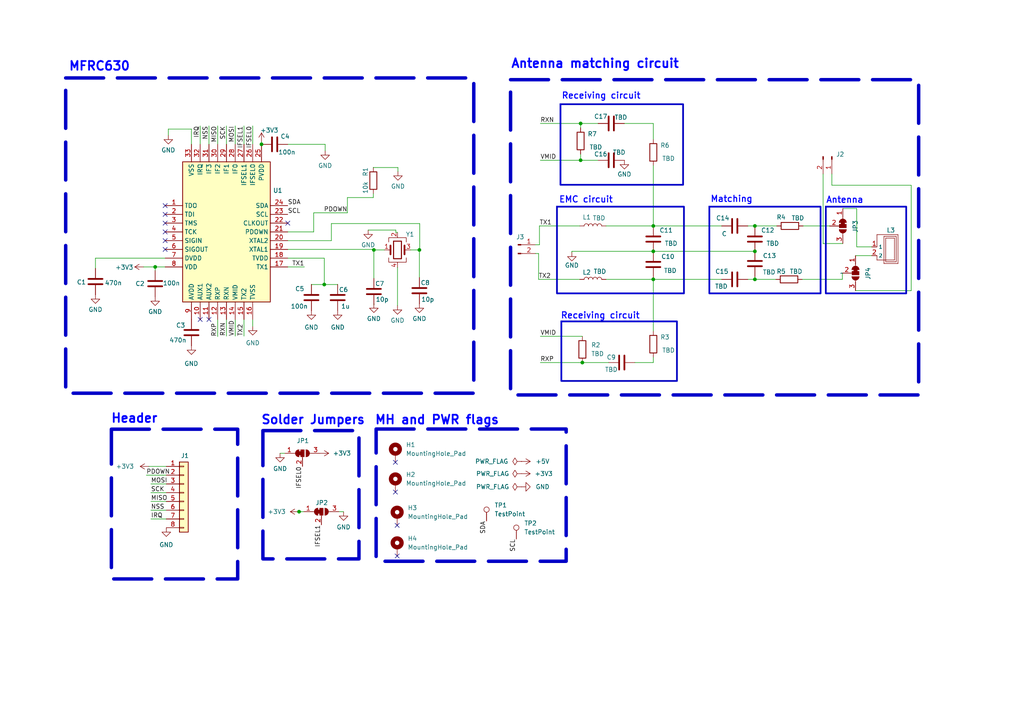
<source format=kicad_sch>
(kicad_sch (version 20230121) (generator eeschema)
  (paper "A4")
  (title_block (title "NFC_Programmer") (date "2023-11-25") (rev "2.0") (company "TycheTools"))
  (lib_symbols
    (symbol "Connector:Conn_01x02_Pin" (pin_names (offset 1.016) hide)
      (property "Reference" "J" (at 0 2.54 0))
      (property "Value" "Conn_01x02_Pin" (at 0 -5.08 0))
      (symbol "Conn_01x02_Pin_1_1"
        (polyline (pts (xy 1.27 -2.54) (xy 0.8636 -2.54)) (stroke (width 0.1524)))
        (polyline (pts (xy 1.27 0) (xy 0.8636 0)) (stroke (width 0.1524)))
        (rectangle (start 0.8636 -2.413) (end 0 -2.667) (stroke (width 0.1524)) (fill (type outline)))
        (rectangle (start 0.8636 0.127) (end 0 -0.127) (stroke (width 0.1524)) (fill (type outline)))
        (pin passive line (at 5.08 0 180) (length 3.81) (name "Pin_1") (number "1"))
        (pin passive line (at 5.08 -2.54 180) (length 3.81) (name "Pin_2") (number "2"))
      )
    )
    (symbol "Connector:TestPoint" (pin_numbers hide) (pin_names (offset 0.762) hide)
      (property "Reference" "TP" (at 0 6.858 0))
      (property "Value" "TestPoint" (at 0 5.08 0))
      (symbol "TestPoint_0_1"
        (circle (center 0 3.302) (radius 0.762))
      )
      (symbol "TestPoint_1_1"
        (pin passive line (at 0 0 90) (length 2.54) (name "1") (number "1"))
      )
    )
    (symbol "Connector_Generic:Conn_01x08" (pin_names (offset 1.016) hide)
      (property "Reference" "J" (at 0 10.16 0))
      (property "Value" "Conn_01x08" (at 0 -12.7 0))
      (symbol "Conn_01x08_1_1"
        (rectangle (start -1.27 -10.033) (end 0 -10.287) (stroke (width 0.1524)))
        (rectangle (start -1.27 -7.493) (end 0 -7.747) (stroke (width 0.1524)))
        (rectangle (start -1.27 -4.953) (end 0 -5.207) (stroke (width 0.1524)))
        (rectangle (start -1.27 -2.413) (end 0 -2.667) (stroke (width 0.1524)))
        (rectangle (start -1.27 0.127) (end 0 -0.127) (stroke (width 0.1524)))
        (rectangle (start -1.27 2.667) (end 0 2.413) (stroke (width 0.1524)))
        (rectangle (start -1.27 5.207) (end 0 4.953) (stroke (width 0.1524)))
        (rectangle (start -1.27 7.747) (end 0 7.493) (stroke (width 0.1524)))
        (rectangle (start -1.27 8.89) (end 1.27 -11.43) (stroke (width 0.254)) (fill (type background)))
        (pin passive line (at -5.08 7.62 0) (length 3.81) (name "Pin_1") (number "1"))
        (pin passive line (at -5.08 5.08 0) (length 3.81) (name "Pin_2") (number "2"))
        (pin passive line (at -5.08 2.54 0) (length 3.81) (name "Pin_3") (number "3"))
        (pin passive line (at -5.08 0 0) (length 3.81) (name "Pin_4") (number "4"))
        (pin passive line (at -5.08 -2.54 0) (length 3.81) (name "Pin_5") (number "5"))
        (pin passive line (at -5.08 -5.08 0) (length 3.81) (name "Pin_6") (number "6"))
        (pin passive line (at -5.08 -7.62 0) (length 3.81) (name "Pin_7") (number "7"))
        (pin passive line (at -5.08 -10.16 0) (length 3.81) (name "Pin_8") (number "8"))
      )
    )
    (symbol "Device:C" (pin_numbers hide) (pin_names (offset 0.254))
      (property "Reference" "C" (at 0.635 2.54 0))
      (property "Value" "C" (at 0.635 -2.54 0))
      (symbol "C_0_1"
        (polyline (pts (xy -2.032 -0.762) (xy 2.032 -0.762)) (stroke (width 0.508)))
        (polyline (pts (xy -2.032 0.762) (xy 2.032 0.762)) (stroke (width 0.508)))
      )
      (symbol "C_1_1"
        (pin passive line (at 0 3.81 270) (length 2.794) (name "~") (number "1"))
        (pin passive line (at 0 -3.81 90) (length 2.794) (name "~") (number "2"))
      )
    )
    (symbol "Device:Crystal_GND24" (pin_names (offset 1.016) hide)
      (property "Reference" "Y" (at 3.175 5.08 0))
      (property "Value" "Crystal_GND24" (at 3.175 3.175 0))
      (symbol "Crystal_GND24_0_1"
        (rectangle (start -1.143 2.54) (end 1.143 -2.54) (stroke (width 0.3048)))
        (polyline (pts (xy -2.54 0) (xy -2.032 0)))
        (polyline (pts (xy -2.032 -1.27) (xy -2.032 1.27)) (stroke (width 0.508)))
        (polyline (pts (xy 0 -3.81) (xy 0 -3.556)))
        (polyline (pts (xy 0 3.556) (xy 0 3.81)))
        (polyline (pts (xy 2.032 -1.27) (xy 2.032 1.27)) (stroke (width 0.508)))
        (polyline (pts (xy 2.032 0) (xy 2.54 0)))
        (polyline (pts (xy -2.54 -2.286) (xy -2.54 -3.556) (xy 2.54 -3.556) (xy 2.54 -2.286)))
        (polyline (pts (xy -2.54 2.286) (xy -2.54 3.556) (xy 2.54 3.556) (xy 2.54 2.286)))
      )
      (symbol "Crystal_GND24_1_1"
        (pin passive line (at -3.81 0 0) (length 1.27) (name "1") (number "1"))
        (pin passive line (at 0 5.08 270) (length 1.27) (name "2") (number "2"))
        (pin passive line (at 3.81 0 180) (length 1.27) (name "3") (number "3"))
        (pin passive line (at 0 -5.08 90) (length 1.27) (name "4") (number "4"))
      )
    )
    (symbol "Device:L" (pin_numbers hide) (pin_names (offset 1.016) hide)
      (property "Reference" "L" (at -1.27 0 90))
      (property "Value" "L" (at 1.905 0 90))
      (symbol "L_0_1"
        (arc (start 0 -2.54) (mid 0.6323 -1.905) (end 0 -1.27))
        (arc (start 0 -1.27) (mid 0.6323 -0.635) (end 0 0))
        (arc (start 0 0) (mid 0.6323 0.635) (end 0 1.27))
        (arc (start 0 1.27) (mid 0.6323 1.905) (end 0 2.54))
      )
      (symbol "L_1_1"
        (pin passive line (at 0 3.81 270) (length 1.27) (name "1") (number "1"))
        (pin passive line (at 0 -3.81 90) (length 1.27) (name "2") (number "2"))
      )
    )
    (symbol "Device:R" (pin_numbers hide) (pin_names (offset 0))
      (property "Reference" "R" (at 2.032 0 90))
      (property "Value" "R" (at 0 0 90))
      (symbol "R_0_1"
        (rectangle (start -1.016 -2.54) (end 1.016 2.54) (stroke (width 0.254)))
      )
      (symbol "R_1_1"
        (pin passive line (at 0 3.81 270) (length 1.27) (name "~") (number "1"))
        (pin passive line (at 0 -3.81 90) (length 1.27) (name "~") (number "2"))
      )
    )
    (symbol "Jumper:SolderJumper_3_Bridged12" (pin_names (offset 0) hide)
      (property "Reference" "JP" (at -2.54 -2.54 0))
      (property "Value" "SolderJumper_3_Bridged12" (at 0 2.794 0))
      (symbol "SolderJumper_3_Bridged12_0_1"
        (rectangle (start -1.016 0.508) (end -0.508 -0.508) (fill (type outline)))
        (arc (start -1.016 1.016) (mid -2.0276 0) (end -1.016 -1.016))
        (arc (start -1.016 1.016) (mid -2.0276 0) (end -1.016 -1.016) (fill (type outline)))
        (rectangle (start -0.508 1.016) (end 0.508 -1.016) (fill (type outline)))
        (polyline (pts (xy -2.54 0) (xy -2.032 0)))
        (polyline (pts (xy -1.016 1.016) (xy -1.016 -1.016)))
        (polyline (pts (xy 0 -1.27) (xy 0 -1.016)))
        (polyline (pts (xy 1.016 1.016) (xy 1.016 -1.016)))
        (polyline (pts (xy 2.54 0) (xy 2.032 0)))
        (arc (start 1.016 -1.016) (mid 2.0276 0) (end 1.016 1.016))
        (arc (start 1.016 -1.016) (mid 2.0276 0) (end 1.016 1.016) (fill (type outline)))
      )
      (symbol "SolderJumper_3_Bridged12_1_1"
        (pin passive line (at -5.08 0 0) (length 2.54) (name "A") (number "1"))
        (pin passive line (at 0 -3.81 90) (length 2.54) (name "C") (number "2"))
        (pin passive line (at 5.08 0 180) (length 2.54) (name "B") (number "3"))
      )
    )
    (symbol "LIB2:Antenna_L"
      (property "Reference" "L" (at 6.35 8.89 0))
      (symbol "Antenna_L_0_1"
        (polyline (pts (xy 10.16 3.81) (xy 15.24 3.81)))
        (polyline (pts (xy 10.16 5.08) (xy 10.16 3.81)))
        (polyline (pts (xy 10.16 7.62) (xy 10.16 7.62)))
        (polyline (pts (xy 10.16 7.62) (xy 10.16 11.176)))
        (polyline (pts (xy 12.192 2.794) (xy 16.256 2.794)))
        (polyline (pts (xy 12.192 10.668) (xy 12.192 2.794)))
        (polyline (pts (xy 15.24 3.81) (xy 15.24 10.16)))
        (polyline (pts (xy 15.24 10.16) (xy 12.7 10.16)))
        (polyline (pts (xy 16.256 2.794) (xy 16.256 11.176)))
        (polyline (pts (xy 16.256 11.176) (xy 10.16 11.176)))
        (polyline (pts (xy 15.748 10.414) (xy 15.748 10.668) (xy 12.192 10.668)))
        (polyline (pts (xy 12.7 10.16) (xy 12.7 3.302) (xy 15.748 3.302) (xy 15.748 10.414)))
      )
      (symbol "Antenna_L_1_0"
        (pin power_in line (at 8.636 7.62 0) (length 1.5) (name "1") (number "1"))
        (pin power_out line (at 8.636 5.08 0) (length 1.5) (name "2") (number "2"))
      )
    )
    (symbol "MFRC63002HN_151:MFRC63002HN,151"
      (property "Reference" "IC" (at 31.75 17.78 0))
      (property "Value" "MFRC63002HN,151" (at 31.75 15.24 0))
      (symbol "MFRC63002HN,151_1_1"
        (rectangle (start 5.08 12.7) (end 30.48 -27.94) (stroke (width 0.254)) (fill (type background)))
        (pin output line (at 0 0 0) (length 5.08) (name "TDO") (number "1"))
        (pin output line (at 10.16 -33.02 90) (length 5.08) (name "AUX1") (number "10"))
        (pin output line (at 12.7 -33.02 90) (length 5.08) (name "AUX2") (number "11"))
        (pin input line (at 15.24 -33.02 90) (length 5.08) (name "RXP") (number "12"))
        (pin input line (at 17.78 -33.02 90) (length 5.08) (name "RXN") (number "13"))
        (pin power_in line (at 20.32 -33.02 90) (length 5.08) (name "VMID") (number "14"))
        (pin output line (at 22.86 -33.02 90) (length 5.08) (name "TX2") (number "15"))
        (pin power_in line (at 25.4 -33.02 90) (length 5.08) (name "TVSS") (number "16"))
        (pin output line (at 35.56 -17.78 180) (length 5.08) (name "TX1") (number "17"))
        (pin power_in line (at 35.56 -15.24 180) (length 5.08) (name "TVDD") (number "18"))
        (pin input line (at 35.56 -12.7 180) (length 5.08) (name "XTAL1") (number "19"))
        (pin input line (at 0 -2.54 0) (length 5.08) (name "TDI") (number "2"))
        (pin output line (at 35.56 -10.16 180) (length 5.08) (name "XTAL2") (number "20"))
        (pin input line (at 35.56 -7.62 180) (length 5.08) (name "PDOWN") (number "21"))
        (pin output line (at 35.56 -5.08 180) (length 5.08) (name "CLKOUT") (number "22"))
        (pin output line (at 35.56 -2.54 180) (length 5.08) (name "SCL") (number "23"))
        (pin bidirectional line (at 35.56 0 180) (length 5.08) (name "SDA") (number "24"))
        (pin power_in line (at 27.94 17.78 270) (length 5.08) (name "PVDD") (number "25"))
        (pin input line (at 25.4 17.78 270) (length 5.08) (name "IFSEL0") (number "26"))
        (pin input line (at 22.86 17.78 270) (length 5.08) (name "IFSEL1") (number "27"))
        (pin bidirectional line (at 20.32 17.78 270) (length 5.08) (name "IF0") (number "28"))
        (pin bidirectional line (at 17.78 17.78 270) (length 5.08) (name "IF1") (number "29"))
        (pin input line (at 0 -5.08 0) (length 5.08) (name "TMS") (number "3"))
        (pin bidirectional line (at 15.24 17.78 270) (length 5.08) (name "IF2") (number "30"))
        (pin bidirectional line (at 12.7 17.78 270) (length 5.08) (name "IF3") (number "31"))
        (pin output line (at 10.16 17.78 270) (length 5.08) (name "IRQ") (number "32"))
        (pin power_in line (at 7.62 17.78 270) (length 5.08) (name "VSS") (number "33"))
        (pin input line (at 0 -7.62 0) (length 5.08) (name "TCK") (number "4"))
        (pin input line (at 0 -10.16 0) (length 5.08) (name "SIGIN") (number "5"))
        (pin output line (at 0 -12.7 0) (length 5.08) (name "SIGOUT") (number "6"))
        (pin power_in line (at 0 -15.24 0) (length 5.08) (name "DVDD") (number "7"))
        (pin power_in line (at 0 -17.78 0) (length 5.08) (name "VDD") (number "8"))
        (pin power_in line (at 7.62 -33.02 90) (length 5.08) (name "AVDD") (number "9"))
      )
    )
    (symbol "Mechanical:MountingHole_Pad" (pin_numbers hide) (pin_names (offset 1.016) hide)
      (property "Reference" "H" (at 0 6.35 0))
      (property "Value" "MountingHole_Pad" (at 0 4.445 0))
      (symbol "MountingHole_Pad_0_1"
        (circle (center 0 1.27) (radius 1.27) (stroke (width 1.27)))
      )
      (symbol "MountingHole_Pad_1_1"
        (pin input line (at 0 -2.54 90) (length 2.54) (name "1") (number "1"))
      )
    )
    (symbol "power:+3V3" (power) (pin_names (offset 0))
      (property "Value" "+3V3" (at 0 3.556 0))
      (symbol "+3V3_0_1"
        (polyline (pts (xy -0.762 1.27) (xy 0 2.54)))
        (polyline (pts (xy 0 0) (xy 0 2.54)))
        (polyline (pts (xy 0 2.54) (xy 0.762 1.27)))
      )
      (symbol "+3V3_1_1"
        (pin power_in line (at 0 0 90) (length 0) hide (name "+3V3") (number "1"))
      )
    )
    (symbol "power:+5V" (power) (pin_names (offset 0))
      (property "Value" "+5V" (at 0 3.556 0))
      (symbol "+5V_0_1"
        (polyline (pts (xy -0.762 1.27) (xy 0 2.54)))
        (polyline (pts (xy 0 0) (xy 0 2.54)))
        (polyline (pts (xy 0 2.54) (xy 0.762 1.27)))
      )
      (symbol "+5V_1_1"
        (pin power_in line (at 0 0 90) (length 0) hide (name "+5V") (number "1"))
      )
    )
    (symbol "power:GND" (power) (pin_names (offset 0))
      (property "Value" "GND" (at 0 -3.81 0))
      (symbol "GND_0_1"
        (polyline (pts (xy 0 0) (xy 0 -1.27) (xy 1.27 -1.27) (xy 0 -2.54) (xy -1.27 -1.27) (xy 0 -1.27)))
      )
      (symbol "GND_1_1"
        (pin power_in line (at 0 0 270) (length 0) hide (name "GND") (number "1"))
      )
    )
    (symbol "power:PWR_FLAG" (power) (pin_numbers hide) (pin_names (offset 0) hide)
      (property "Value" "PWR_FLAG" (at 0 3.81 0))
      (symbol "PWR_FLAG_0_0"
        (pin power_out line (at 0 0 90) (length 0) (name "pwr") (number "1"))
      )
      (symbol "PWR_FLAG_0_1"
        (polyline (pts (xy 0 0) (xy 0 1.27) (xy -1.016 1.905) (xy 0 2.54) (xy 1.016 1.905) (xy 0 1.27)))
      )
    )
  )
  (junction (at 45.0088 77.4192))
  (junction (at 189.484 72.898))
  (junction (at 218.948 81.026))
  (junction (at 218.948 72.898))
  (junction (at 86.741 148.4122))
  (junction (at 189.484 81.026))
  (junction (at 94.0562 82.5246))
  (junction (at 189.484 65.532))
  (junction (at 121.6406 72.4916))
  (junction (at 75.8444 41.8592))
  (junction (at 218.948 65.532))
  (junction (at 108.4326 72.4916))
  (junction (at 168.402 35.814))
  (junction (at 168.91 105.156))
  (junction (at 168.402 46.482))
  (no_connect (at 60.6044 92.6592))
  (no_connect (at 114.681 142.7226))
  (no_connect (at 47.9044 59.6392))
  (no_connect (at 47.9044 64.7192))
  (no_connect (at 115.189 161.2646))
  (no_connect (at 58.0644 92.6592))
  (no_connect (at 83.4644 64.7192))
  (no_connect (at 114.681 134.0866))
  (no_connect (at 115.189 152.3746))
  (no_connect (at 47.9044 72.3392))
  (no_connect (at 47.9044 62.1792))
  (no_connect (at 47.9044 69.7992))
  (no_connect (at 47.9044 67.2592))
  (wire (pts (xy 94.3102 41.8592) (xy 94.3102 43.7134)))
  (wire (pts (xy 238.7346 70.612) (xy 238.7346 50.4698)))
  (wire (pts (xy 121.7422 64.8462) (xy 121.7422 72.4154)))
  (wire (pts (xy 165.862 72.898) (xy 189.484 72.898)))
  (wire (pts (xy 73.3044 92.6592) (xy 73.3044 94.6404)))
  (wire (pts (xy 99.6442 148.4122) (xy 98.298 148.4122)))
  (wire (pts (xy 119.1006 72.4916) (xy 121.6406 72.4916)))
  (wire (pts (xy 189.484 105.156) (xy 184.15 105.156)))
  (wire (pts (xy 114.808 66.7258) (xy 114.808 67.4116)))
  (wire (pts (xy 218.948 81.026) (xy 225.044 81.026)))
  (wire (pts (xy 189.484 65.532) (xy 209.296 65.532)))
  (wire (pts (xy 232.664 81.026) (xy 244.3226 81.026)))
  (wire (pts (xy 43.7642 145.4404) (xy 48.2346 145.4404)))
  (wire (pts (xy 218.948 72.644) (xy 218.948 72.898)))
  (wire (pts (xy 45.0088 77.4192) (xy 47.9044 77.4192)))
  (wire (pts (xy 65.6844 36.5252) (xy 65.6844 41.8592)))
  (wire (pts (xy 240.6396 65.532) (xy 240.6396 65.5574)))
  (wire (pts (xy 94.0562 82.5246) (xy 97.9424 82.5246)))
  (wire (pts (xy 156.718 46.482) (xy 168.402 46.482)))
  (wire (pts (xy 168.402 35.814) (xy 173.482 35.814)))
  (wire (pts (xy 156.21 81.026) (xy 168.148 81.026)))
  (wire (pts (xy 83.4644 72.3392) (xy 108.3564 72.3392)))
  (wire (pts (xy 156.718 97.536) (xy 168.91 97.536)))
  (wire (pts (xy 156.718 35.814) (xy 168.402 35.814)))
  (wire (pts (xy 90.9828 61.722) (xy 100.7618 61.722)))
  (wire (pts (xy 63.1444 92.6592) (xy 63.1444 97.6122)))
  (wire (pts (xy 65.6844 92.6592) (xy 65.6844 97.4852)))
  (wire (pts (xy 115.2906 77.5716) (xy 115.2906 88.6206)))
  (wire (pts (xy 108.4326 88.3666) (xy 108.4326 88.1126)))
  (wire (pts (xy 100.7618 57.3024) (xy 108.2802 57.3024)))
  (wire (pts (xy 108.2802 48.5902) (xy 108.2802 48.5648)))
  (wire (pts (xy 121.6406 72.4916) (xy 121.6406 80.4926)))
  (wire (pts (xy 168.402 44.704) (xy 168.402 46.482)))
  (wire (pts (xy 90.9828 67.2592) (xy 83.4644 67.2592)))
  (wire (pts (xy 43.7642 147.9804) (xy 48.2346 147.9804)))
  (wire (pts (xy 106.7816 66.7258) (xy 114.808 66.7258)))
  (wire (pts (xy 264.287 84.3026) (xy 264.287 53.721)))
  (wire (pts (xy 181.102 35.814) (xy 189.484 35.814)))
  (wire (pts (xy 189.484 72.898) (xy 218.948 72.898)))
  (wire (pts (xy 100.7618 61.722) (xy 100.7618 57.3024)))
  (wire (pts (xy 189.484 81.026) (xy 189.484 96.012)))
  (wire (pts (xy 27.686 74.8792) (xy 47.9044 74.8792)))
  (wire (pts (xy 238.76 70.612) (xy 238.7346 70.612)))
  (wire (pts (xy 108.3564 72.3392) (xy 108.3564 72.4916)))
  (wire (pts (xy 252.8316 71.6026) (xy 248.4882 71.6026)))
  (wire (pts (xy 45.0088 77.4192) (xy 45.0088 78.4606)))
  (wire (pts (xy 218.948 65.532) (xy 225.298 65.532)))
  (wire (pts (xy 73.3044 36.5252) (xy 73.3044 41.8592)))
  (wire (pts (xy 90.3224 82.5246) (xy 90.3224 82.4992)))
  (wire (pts (xy 83.4644 69.7992) (xy 96.1136 69.7992)))
  (wire (pts (xy 165.862 72.898) (xy 165.862 73.152)))
  (wire (pts (xy 108.3564 72.4916) (xy 108.4326 72.4916)))
  (wire (pts (xy 216.916 65.532) (xy 218.948 65.532)))
  (wire (pts (xy 244.3226 81.026) (xy 244.3226 79.2226)))
  (wire (pts (xy 156.464 65.532) (xy 168.148 65.532)))
  (wire (pts (xy 189.484 35.814) (xy 189.484 40.386)))
  (wire (pts (xy 108.2802 56.1848) (xy 108.2802 57.3024)))
  (wire (pts (xy 175.768 65.532) (xy 189.484 65.532)))
  (wire (pts (xy 42.4434 137.8204) (xy 48.2346 137.8204)))
  (wire (pts (xy 70.7644 92.6592) (xy 70.7644 97.4852)))
  (wire (pts (xy 189.484 81.026) (xy 189.484 80.518)))
  (wire (pts (xy 27.686 74.8792) (xy 27.686 77.851)))
  (wire (pts (xy 189.484 72.898) (xy 189.484 73.152)))
  (wire (pts (xy 86.7156 148.4122) (xy 86.741 148.4122)))
  (wire (pts (xy 68.2244 92.6592) (xy 68.2244 97.4852)))
  (wire (pts (xy 108.2802 48.5902) (xy 115.4176 48.5902)))
  (wire (pts (xy 83.4644 74.8792) (xy 94.0562 74.8792)))
  (wire (pts (xy 83.4644 77.4192) (xy 88.2904 77.4192)))
  (wire (pts (xy 248.4882 60.4774) (xy 248.4882 71.6026)))
  (wire (pts (xy 97.9424 82.5246) (xy 97.9424 82.4992)))
  (wire (pts (xy 218.948 80.264) (xy 218.948 81.026)))
  (wire (pts (xy 58.0644 36.5252) (xy 58.0644 41.8592)))
  (wire (pts (xy 90.3224 82.5246) (xy 94.0562 82.5246)))
  (wire (pts (xy 264.287 53.721) (xy 241.2746 53.721)))
  (wire (pts (xy 189.484 81.026) (xy 209.296 81.026)))
  (wire (pts (xy 48.8188 37.4396) (xy 48.8188 39.2176)))
  (wire (pts (xy 41.6306 77.4192) (xy 45.0088 77.4192)))
  (wire (pts (xy 156.464 70.993) (xy 156.464 65.532)))
  (wire (pts (xy 96.1136 64.8462) (xy 121.7422 64.8462)))
  (wire (pts (xy 68.2244 36.5252) (xy 68.2244 41.8592)))
  (wire (pts (xy 43.7642 142.9004) (xy 48.2346 142.9004)))
  (wire (pts (xy 115.4176 49.7332) (xy 115.4176 48.5902)))
  (wire (pts (xy 168.402 46.482) (xy 173.482 46.482)))
  (wire (pts (xy 81.2292 131.4704) (xy 82.6516 131.4704)))
  (wire (pts (xy 63.1444 36.5252) (xy 63.1444 41.8592)))
  (wire (pts (xy 248.1326 74.1426) (xy 252.8316 74.1426)))
  (wire (pts (xy 238.76 70.612) (xy 238.76 70.6374)))
  (wire (pts (xy 248.4882 60.4774) (xy 244.4496 60.4774)))
  (wire (pts (xy 108.4326 72.4916) (xy 111.4806 72.4916)))
  (wire (pts (xy 121.7422 72.4154) (xy 121.6406 72.4154)))
  (wire (pts (xy 90.9828 61.722) (xy 90.9828 67.2592)))
  (wire (pts (xy 168.402 35.814) (xy 168.402 37.084)))
  (wire (pts (xy 94.0562 74.8792) (xy 94.0562 82.5246)))
  (wire (pts (xy 156.718 105.156) (xy 168.91 105.156)))
  (wire (pts (xy 248.1326 84.3026) (xy 264.287 84.3026)))
  (wire (pts (xy 232.918 65.532) (xy 240.6396 65.532)))
  (wire (pts (xy 155.321 73.533) (xy 156.21 73.533)))
  (wire (pts (xy 189.484 103.632) (xy 189.484 105.156)))
  (wire (pts (xy 241.2746 50.4698) (xy 241.2746 53.721)))
  (wire (pts (xy 218.948 73.152) (xy 218.948 72.898)))
  (wire (pts (xy 114.808 67.4116) (xy 115.2906 67.4116)))
  (wire (pts (xy 189.484 48.006) (xy 189.484 65.532)))
  (wire (pts (xy 86.741 148.4122) (xy 88.138 148.4122)))
  (wire (pts (xy 43.7642 140.3604) (xy 48.2346 140.3604)))
  (wire (pts (xy 108.4326 72.4916) (xy 108.4326 80.7466)))
  (wire (pts (xy 43.2054 135.2804) (xy 48.2346 135.2804)))
  (wire (pts (xy 155.321 70.993) (xy 156.464 70.993)))
  (wire (pts (xy 175.768 81.026) (xy 189.484 81.026)))
  (wire (pts (xy 43.7642 150.5204) (xy 48.2346 150.5204)))
  (wire (pts (xy 96.1136 64.8462) (xy 96.1136 69.7992)))
  (wire (pts (xy 75.8444 41.0972) (xy 75.8444 41.8592)))
  (wire (pts (xy 156.21 73.533) (xy 156.21 81.026)))
  (wire (pts (xy 121.6406 72.4154) (xy 121.6406 72.4916)))
  (wire (pts (xy 48.8188 37.4396) (xy 55.5244 37.4396)))
  (wire (pts (xy 60.6044 36.5252) (xy 60.6044 41.8592)))
  (wire (pts (xy 70.7644 36.5252) (xy 70.7644 41.8592)))
  (wire (pts (xy 216.916 81.026) (xy 218.948 81.026)))
  (wire (pts (xy 83.4644 41.8592) (xy 94.3102 41.8592)))
  (wire (pts (xy 168.91 105.156) (xy 176.53 105.156)))
  (wire (pts (xy 238.76 70.6374) (xy 244.4496 70.6374)))
  (wire (pts (xy 55.5244 41.8592) (xy 55.5244 37.4396)))
  (rectangle (start 205.74 59.944) (end 237.998 85.09) (stroke (width 0.5)))
  (rectangle (start 148.082 23.114) (end 266.446 114.554) (stroke (width 1) (type dash)))
  (rectangle (start 161.544 59.944) (end 198.374 85.09) (stroke (width 0.5)))
  (rectangle (start 239.522 59.944) (end 262.8392 85.09) (stroke (width 0.5)))
  (rectangle (start 76.2508 124.8918) (end 104.1146 162.1028) (stroke (width 1) (type dash)))
  (rectangle (start 32.3088 124.4854) (end 68.9356 167.9194) (stroke (width 1) (type dash)))
  (rectangle (start 109.093 124.4346) (end 164.211 162.7886) (stroke (width 1) (type dash)))
  (rectangle (start 162.814 93.218) (end 196.342 110.49) (stroke (width 0.5)))
  (rectangle (start 19.05 22.606) (end 137.414 114.046) (stroke (width 1) (type dash)))
  (rectangle (start 162.56 30.226) (end 198.12 53.594) (stroke (width 0.5)))
  (text "EMC circuit\n\n" (at 162.052 61.976 0) (effects (font (size 1.8 1.8) (thickness 0.3) bold) (justify left bottom)))
  (text "Receiving circuit\n" (at 162.56 92.71 0) (effects (font (size 1.8 1.8) (thickness 0.3) bold) (justify left bottom)))
  (text "Solder Jumpers\n" (at 75.6158 123.3932 0) (effects (font (size 2.54 2.54) (thickness 0.508) bold) (justify left bottom)))
  (text "MH and PWR flags" (at 108.585 123.4186 0) (effects (font (size 2.54 2.54) (thickness 0.508) bold) (justify left bottom)))
  (text "Matching\n" (at 205.994 58.928 0) (effects (font (size 1.8 1.8) (thickness 0.3) bold) (justify left bottom)))
  (text "Antenna\n" (at 239.522 59.182 0) (effects (font (size 1.8 1.8) (thickness 0.3) bold) (justify left bottom)))
  (text "Antenna matching circuit" (at 148.082 20.066 0) (effects (font (size 2.54 2.54) (thickness 0.508) bold) (justify left bottom)))
  (text "Header" (at 32.0548 122.9614 0) (effects (font (size 2.54 2.54) (thickness 0.508) bold) (justify left bottom)))
  (text "MFRC630" (at 19.812 20.828 0) (effects (font (size 2.54 2.54) (thickness 0.508) bold) (justify left bottom)))
  (text "Receiving circuit\n" (at 162.814 28.956 0) (effects (font (size 1.8 1.8) (thickness 0.3) bold) (justify left bottom)))
  (label "SCK" (at 65.6844 36.5252 270))
  (label "PDOWN" (at 42.4434 137.8204 0))
  (label "SCK" (at 43.7642 142.9004 0))
  (label "SDA" (at 141.1224 151.1046 270))
  (label "SDA" (at 83.4644 59.6392 0))
  (label "RXP" (at 63.1444 97.6122 90))
  (label "RXN" (at 156.718 35.814 0))
  (label "PDOWN" (at 100.7618 61.722 180))
  (label "VMID" (at 156.718 46.482 0))
  (label "IFSEL1" (at 70.7644 36.5252 270))
  (label "IFSEL0" (at 73.3044 36.5252 270))
  (label "MISO" (at 63.1444 36.5252 270))
  (label "VMID" (at 156.718 97.536 0))
  (label "IFSEL0" (at 87.7316 135.2804 270))
  (label "IFSEL1" (at 93.218 152.2222 270))
  (label "TX1" (at 156.464 65.532 0))
  (label "SCL" (at 83.4644 62.1792 0))
  (label "RXN" (at 65.6844 97.4852 90))
  (label "VMID" (at 68.2244 97.4852 90))
  (label "NSS" (at 43.7642 147.9804 0))
  (label "MOSI" (at 43.7642 140.3604 0))
  (label "NSS" (at 60.6044 36.5252 270))
  (label "MISO" (at 43.7642 145.4404 0))
  (label "RXP" (at 156.718 105.156 0))
  (label "IRQ" (at 43.7642 150.5204 0))
  (label "SCL" (at 149.7584 156.337 270))
  (label "TX1" (at 88.2904 77.4192 180))
  (label "IRQ" (at 58.0644 36.5252 270))
  (label "TX2" (at 156.21 81.026 0))
  (label "TX2" (at 70.7644 97.4852 90))
  (label "MOSI" (at 68.2244 36.5252 270))
  (symbol (lib_id "power:GND") (at 81.2292 131.4704 0) (unit 1)
    (property "Reference" "#PWR08" (effects hide))
    (property "Value" "GND" (at 81.2292 135.9408 0))
  )
  (symbol (lib_id "LIB2:Antenna_L") (at 244.1956 79.2226 0) (unit 1)
    (property "Reference" "L3" (at 257.1496 66.7766 0) (effects (justify left)))
    (property "Value" "~" (at 244.1956 79.2226 0))
  )
  (symbol (lib_id "power:GND") (at 48.8188 39.2176 0) (unit 1)
    (property "Reference" "#PWR06" (effects hide))
    (property "Value" "GND" (at 48.8188 43.5356 0))
  )
  (symbol (lib_id "power:GND") (at 94.3102 43.7134 0) (unit 1)
    (property "Reference" "#PWR010" (effects hide))
    (property "Value" "GND" (at 94.3102 48.0314 0))
  )
  (symbol (lib_id "power:+3V3") (at 86.741 148.4122 90) (unit 1)
    (property "Reference" "#PWR07" (effects hide))
    (property "Value" "+3V3" (at 82.9056 148.4122 90) (effects (justify left)))
  )
  (symbol (lib_id "Device:Crystal_GND24") (at 115.2906 72.4916 0) (unit 1)
    (property "Reference" "Y1" (at 118.9228 67.9704 0))
    (property "Value" "Crystal_GND24" (effects hide))
    (property "Footprint" "Crystal:Crystal_SMD_2016-4Pin_2.0x1.6mm" (effects hide))
    (property "Datasheet" "https://www.mouser.mx/datasheet/2/122/ECX_1637B2-2400564.pdf" (effects hide))
  )
  (symbol (lib_id "Device:R") (at 168.91 101.346 0) (unit 1)
    (property "Reference" "R2" (at 171.45 100.076 0) (effects (justify left)))
    (property "Value" "TBD" (at 171.45 102.616 0) (effects (justify left)))
    (property "Footprint" "Resistor_SMD:R_0603_1608Metric_Pad0.98x0.95mm_HandSolder" (effects hide))
  )
  (symbol (lib_id "power:PWR_FLAG") (at 151.257 137.3886 90) (unit 1)
    (property "Reference" "#FLG02" (effects hide))
    (property "Value" "PWR_FLAG" (at 147.701 137.3886 90) (effects (justify left)))
    (property "Footprint" "TestPoint:TestPoint_Loop_D1.80mm_Drill1.0mm_Beaded" (effects hide))
  )
  (symbol (lib_id "Jumper:SolderJumper_3_Bridged12") (at 93.218 148.4122 0) (unit 1)
    (property "Reference" "JP2" (at 93.3196 145.8214 0))
    (property "Value" "SolderJumper_3_Bridged12" (effects hide))
    (property "Footprint" "Jumper:SolderJumper-3_P1.3mm_Bridged12_Pad1.0x1.5mm_NumberLabels" (effects hide))
  )
  (symbol (lib_id "Device:C") (at 213.106 65.532 90) (unit 1)
    (property "Reference" "C14" (at 211.582 63.246 90) (effects (justify left)))
    (property "Value" "C" (at 210.82 67.818 90) (effects (justify left)))
    (property "Footprint" "Capacitor_SMD:C_0603_1608Metric_Pad1.08x0.95mm_HandSolder" (effects hide))
  )
  (symbol (lib_id "Mechanical:MountingHole_Pad") (at 115.189 149.8346 0) (unit 1)
    (property "Reference" "H3" (at 118.237 147.2946 0) (effects (justify left)))
    (property "Value" "MountingHole_Pad" (at 118.237 149.8346 0) (effects (justify left)))
    (property "Footprint" "MountingHole:MountingHole_3mm" (effects hide))
  )
  (symbol (lib_id "Device:C") (at 45.0088 82.2706 0) (mirror y) (unit 1)
    (property "Reference" "C2" (at 41.9608 82.2706 0) (effects (justify left)))
    (property "Value" "100n" (at 52.2224 82.1182 0) (effects (justify left)))
    (property "Footprint" "Capacitor_SMD:C_0603_1608Metric_Pad1.08x0.95mm_HandSolder" (effects hide))
  )
  (symbol (lib_id "Device:C") (at 108.4326 84.5566 0) (mirror y) (unit 1)
    (property "Reference" "C7" (at 111.4806 82.2706 0) (effects (justify left)))
    (property "Value" "10p" (at 112.7506 86.8426 0) (effects (justify left)))
    (property "Footprint" "Capacitor_SMD:C_0603_1608Metric_Pad1.08x0.95mm_HandSolder" (effects hide))
  )
  (symbol (lib_id "power:GND") (at 106.7816 66.7258 0) (unit 1)
    (property "Reference" "#PWR021" (effects hide))
    (property "Value" "GND" (at 106.7816 71.0438 0))
  )
  (symbol (lib_id "power:+3V3") (at 92.8116 131.4704 270) (unit 1)
    (property "Reference" "#PWR026" (effects hide))
    (property "Value" "+3V3" (at 96.52 131.4704 90) (effects (justify left)))
  )
  (symbol (lib_id "Device:C") (at 218.948 76.454 0) (unit 1)
    (property "Reference" "C13" (at 221.234 74.168 0) (effects (justify left)))
    (property "Value" "TBD" (at 221.2086 78.9432 0) (effects (justify left)))
    (property "Footprint" "Capacitor_SMD:C_0603_1608Metric_Pad1.08x0.95mm_HandSolder" (effects hide))
  )
  (symbol (lib_id "Mechanical:MountingHole_Pad") (at 114.681 131.5466 0) (unit 1)
    (property "Reference" "H1" (at 117.729 129.0066 0) (effects (justify left)))
    (property "Value" "MountingHole_Pad" (at 117.729 131.5466 0) (effects (justify left)))
    (property "Footprint" "MountingHole:MountingHole_3mm" (effects hide))
  )
  (symbol (lib_id "Device:C") (at 189.484 69.342 0) (unit 1)
    (property "Reference" "C11" (at 191.262 66.802 0) (effects (justify left)))
    (property "Value" "TBD" (at 192.786 70.612 0) (effects (justify left)))
    (property "Footprint" "Capacitor_SMD:C_0603_1608Metric_Pad1.08x0.95mm_HandSolder" (effects hide))
  )
  (symbol (lib_id "power:+3V3") (at 151.257 137.3886 270) (unit 1)
    (property "Reference" "#PWR032" (effects hide))
    (property "Value" "+3V3" (at 155.067 137.3886 90) (effects (justify left)))
  )
  (symbol (lib_id "Device:C") (at 79.6544 41.8592 90) (unit 1)
    (property "Reference" "C4" (at 82.7024 39.5732 90))
    (property "Value" "100n" (at 83.2104 44.1452 90))
    (property "Footprint" "Capacitor_SMD:C_0603_1608Metric_Pad1.08x0.95mm_HandSolder" (effects hide))
  )
  (symbol (lib_id "Device:C") (at 90.3224 86.3092 0) (mirror y) (unit 1)
    (property "Reference" "C5" (at 88.2904 83.7692 0) (effects (justify left)))
    (property "Value" "100n" (at 89.3064 88.8492 0) (effects (justify left)))
    (property "Footprint" "Capacitor_SMD:C_0603_1608Metric_Pad1.08x0.95mm_HandSolder" (effects hide))
  )
  (symbol (lib_id "power:GND") (at 181.102 46.482 0) (unit 1)
    (property "Reference" "#PWR018" (effects hide))
    (property "Value" "GND" (at 181.102 50.546 0))
  )
  (symbol (lib_id "Jumper:SolderJumper_3_Bridged12") (at 87.7316 131.4704 0) (unit 1)
    (property "Reference" "JP1" (at 87.8332 127.8382 0))
    (property "Value" "SolderJumper_3_Bridged12" (effects hide))
    (property "Footprint" "Jumper:SolderJumper-3_P1.3mm_Bridged12_Pad1.0x1.5mm_NumberLabels" (effects hide))
  )
  (symbol (lib_id "power:GND") (at 48.2346 153.0604 0) (unit 1)
    (property "Reference" "#PWR020" (effects hide))
    (property "Value" "GND" (at 48.2346 158.0134 0))
  )
  (symbol (lib_id "Device:R") (at 108.2802 52.3748 180) (unit 1)
    (property "Reference" "R1" (at 105.9942 49.8348 90))
    (property "Value" "10k" (at 105.9942 54.4068 90))
    (property "Footprint" "Resistor_SMD:R_0603_1608Metric_Pad0.98x0.95mm_HandSolder" (effects hide))
  )
  (symbol (lib_id "power:PWR_FLAG") (at 151.257 133.8326 90) (unit 1)
    (property "Reference" "#FLG01" (effects hide))
    (property "Value" "PWR_FLAG" (at 147.447 133.8326 90) (effects (justify left)))
    (property "Footprint" "TestPoint:TestPoint_Loop_D1.80mm_Drill1.0mm_Beaded" (effects hide))
  )
  (symbol (lib_id "Connector:TestPoint") (at 141.1224 151.1046 0) (unit 1)
    (property "Reference" "TP1" (at 143.4084 146.5326 0) (effects (justify left)))
    (property "Value" "TestPoint" (at 143.4084 149.0726 0) (effects (justify left)))
    (property "Footprint" "TestPoint:TestPoint_Pad_1.0x1.0mm" (effects hide))
  )
  (symbol (lib_id "MFRC63002HN_151:MFRC63002HN,151") (at 47.9044 59.6392 0) (unit 1)
    (property "Reference" "U1" (at 80.5688 55.2511 0))
    (property "Value" "MFRC63002HN,151" (effects hide))
    (property "Footprint" "Library3:MFRC630_MOUSER" (effects hide))
    (property "Datasheet" "http://www.nxp.com/docs/en/data-sheet/MFRC630.pdf" (effects hide))
    (property "Height" "1" (effects hide))
    (property "Manufacturer_Name" "NXP" (effects hide))
    (property "Manufacturer_Part_Number" "MFRC63002HN,151" (effects hide))
    (property "Mouser Part Number" "771-MFRC63002HN151" (effects hide))
    (property "Mouser Price/Stock" "https://www.mouser.co.uk/ProductDetail/NXP-Semiconductors/MFRC63002HN151?qs=NQoTdinTi9Gyn8oEeCX95Q%3D%3D" (effects hide))
    (property "Arrow Part Number" "MFRC63002HN,151" (effects hide))
    (property "Arrow Price/Stock" "https://www.arrow.com/en/products/mfrc63002hn151/nxp-semiconductors?region=nac" (effects hide))
  )
  (symbol (lib_id "Mechanical:MountingHole_Pad") (at 114.681 140.1826 0) (unit 1)
    (property "Reference" "H2" (at 117.729 137.6426 0) (effects (justify left)))
    (property "Value" "MountingHole_Pad" (at 117.729 140.1826 0) (effects (justify left)))
    (property "Footprint" "MountingHole:MountingHole_3mm" (effects hide))
  )
  (symbol (lib_id "Device:C") (at 213.106 81.026 90) (unit 1)
    (property "Reference" "C15" (at 211.328 78.74 90) (effects (justify left)))
    (property "Value" "TBD" (at 211.074 83.058 90) (effects (justify left)))
    (property "Footprint" "Capacitor_SMD:C_0603_1608Metric_Pad1.08x0.95mm_HandSolder" (effects hide))
  )
  (symbol (lib_id "Device:R") (at 168.402 40.894 0) (unit 1)
    (property "Reference" "R7" (at 170.434 38.862 0) (effects (justify left)))
    (property "Value" "TBD" (at 170.942 42.672 0) (effects (justify left)))
    (property "Footprint" "Resistor_SMD:R_0603_1608Metric_Pad0.98x0.95mm_HandSolder" (effects hide))
  )
  (symbol (lib_id "power:+5V") (at 151.257 133.8326 270) (unit 1)
    (property "Reference" "#PWR031" (effects hide))
    (property "Value" "+5V" (at 155.321 133.8326 90) (effects (justify left)))
  )
  (symbol (lib_id "power:GND") (at 151.257 141.1986 90) (unit 1)
    (property "Reference" "#PWR033" (effects hide))
    (property "Value" "GND" (at 155.321 141.1986 90) (effects (justify right)))
  )
  (symbol (lib_id "Connector:Conn_01x02_Pin") (at 150.241 70.993 0) (unit 1)
    (property "Reference" "J3" (at 150.876 68.7324 0))
    (property "Value" "Conn_01x02_Pin" (effects hide))
    (property "Footprint" "Connector_PinHeader_2.54mm:PinHeader_1x02_P2.54mm_Vertical" (effects hide))
  )
  (symbol (lib_id "Device:L") (at 171.958 65.532 90) (unit 1)
    (property "Reference" "L1" (at 170.18 62.992 90))
    (property "Value" "TBD" (at 173.736 63.246 90))
    (property "Footprint" "Inductor_SMD:L_0603_1608Metric_Pad1.05x0.95mm_HandSolder" (effects hide))
  )
  (symbol (lib_id "Device:R") (at 189.484 44.196 0) (unit 1)
    (property "Reference" "R6" (at 191.516 42.164 0) (effects (justify left)))
    (property "Value" "TBD" (at 192.024 45.974 0) (effects (justify left)))
    (property "Footprint" "Resistor_SMD:R_0603_1608Metric_Pad0.98x0.95mm_HandSolder" (effects hide))
  )
  (symbol (lib_id "power:GND") (at 115.2906 88.6206 0) (unit 1)
    (property "Reference" "#PWR013" (effects hide))
    (property "Value" "GND" (at 115.2906 92.9386 0))
  )
  (symbol (lib_id "Connector:Conn_01x02_Pin") (at 241.2746 45.3898 270) (unit 1)
    (property "Reference" "J2" (at 242.4938 44.7548 90) (effects (justify left)))
    (property "Value" "Conn_01x02_Pin" (effects hide))
    (property "Footprint" "Connector_PinHeader_2.54mm:PinHeader_1x02_P2.54mm_Vertical" (effects hide))
  )
  (symbol (lib_id "Device:C") (at 97.9424 86.3092 0) (mirror y) (unit 1)
    (property "Reference" "C6" (at 100.9904 84.0232 0) (effects (justify left)))
    (property "Value" "1u" (at 101.4984 88.8492 0) (effects (justify left)))
    (property "Footprint" "Capacitor_SMD:C_0603_1608Metric_Pad1.08x0.95mm_HandSolder" (effects hide))
  )
  (symbol (lib_id "Connector:TestPoint") (at 149.7584 156.337 0) (unit 1)
    (property "Reference" "TP2" (at 152.0444 151.765 0) (effects (justify left)))
    (property "Value" "TestPoint" (at 152.0444 154.305 0) (effects (justify left)))
    (property "Footprint" "TestPoint:TestPoint_Pad_1.0x1.0mm" (effects hide))
  )
  (symbol (lib_id "power:GND") (at 73.3044 94.6404 0) (unit 1)
    (property "Reference" "#PWR05" (effects hide))
    (property "Value" "GND" (at 73.3044 99.4664 0))
  )
  (symbol (lib_id "Device:C") (at 177.292 35.814 90) (unit 1)
    (property "Reference" "C17" (at 174.244 33.782 90))
    (property "Value" "TBD" (at 180.086 34.036 90))
    (property "Footprint" "Capacitor_SMD:C_0603_1608Metric_Pad1.08x0.95mm_HandSolder" (effects hide))
  )
  (symbol (lib_id "power:+3V3") (at 75.8444 41.0972 0) (unit 1)
    (property "Reference" "#PWR09" (effects hide))
    (property "Value" "+3V3" (at 78.1304 37.7952 0))
  )
  (symbol (lib_id "power:GND") (at 99.6442 148.4122 0) (unit 1)
    (property "Reference" "#PWR022" (effects hide))
    (property "Value" "GND" (at 99.6442 152.8826 0))
  )
  (symbol (lib_id "Jumper:SolderJumper_3_Bridged12") (at 248.1326 79.2226 270) (unit 1)
    (property "Reference" "JP4" (at 251.7648 79.3242 0))
    (property "Value" "SolderJumper_3_Bridged12" (effects hide))
    (property "Footprint" "Jumper:SolderJumper-3_P1.3mm_Bridged12_Pad1.0x1.5mm_NumberLabels" (effects hide))
  )
  (symbol (lib_id "power:GND") (at 45.0088 86.0806 0) (unit 1)
    (property "Reference" "#PWR02" (effects hide))
    (property "Value" "GND" (at 45.0088 90.3986 0))
  )
  (symbol (lib_id "Mechanical:MountingHole_Pad") (at 115.189 158.7246 0) (unit 1)
    (property "Reference" "H4" (at 118.237 156.1846 0) (effects (justify left)))
    (property "Value" "MountingHole_Pad" (at 118.237 158.7246 0) (effects (justify left)))
    (property "Footprint" "MountingHole:MountingHole_3mm" (effects hide))
  )
  (symbol (lib_id "Device:C") (at 121.6406 84.3026 0) (mirror y) (unit 1)
    (property "Reference" "C8" (at 124.6886 82.0166 0) (effects (justify left)))
    (property "Value" "10p" (at 125.9586 86.8426 0) (effects (justify left)))
    (property "Footprint" "Capacitor_SMD:C_0603_1608Metric_Pad1.08x0.95mm_HandSolder" (effects hide))
  )
  (symbol (lib_id "power:+3V3") (at 43.2054 135.2804 90) (unit 1)
    (property "Reference" "#PWR019" (effects hide))
    (property "Value" "+3V3" (at 38.8874 135.2804 90) (effects (justify left)))
  )
  (symbol (lib_id "Device:C") (at 55.5244 96.4692 0) (mirror y) (unit 1)
    (property "Reference" "C3" (at 53.7464 94.361 0) (effects (justify left)))
    (property "Value" "470n" (at 54.102 98.679 0) (effects (justify left)))
    (property "Footprint" "Capacitor_SMD:C_0603_1608Metric_Pad1.08x0.95mm_HandSolder" (effects hide))
  )
  (symbol (lib_id "power:GND") (at 90.3224 90.1192 0) (unit 1)
    (property "Reference" "#PWR011" (effects hide))
    (property "Value" "GND" (at 90.3224 94.9452 0))
  )
  (symbol (lib_id "Device:R") (at 189.484 99.822 0) (unit 1)
    (property "Reference" "R3" (at 191.516 97.79 0) (effects (justify left)))
    (property "Value" "TBD" (at 192.024 101.6 0) (effects (justify left)))
    (property "Footprint" "Resistor_SMD:R_0603_1608Metric_Pad0.98x0.95mm_HandSolder" (effects hide))
  )
  (symbol (lib_id "Device:C") (at 189.484 76.708 0) (unit 1)
    (property "Reference" "C10" (at 191.77 74.422 0) (effects (justify left)))
    (property "Value" "TBD" (at 192.532 78.486 0) (effects (justify left)))
    (property "Footprint" "Capacitor_SMD:C_0603_1608Metric_Pad1.08x0.95mm_HandSolder" (effects hide))
  )
  (symbol (lib_id "Device:L") (at 171.958 81.026 90) (unit 1)
    (property "Reference" "L2" (at 170.18 78.994 90))
    (property "Value" "TBD" (at 173.99 78.74 90))
    (property "Footprint" "Inductor_SMD:L_0603_1608Metric_Pad1.05x0.95mm_HandSolder" (effects hide))
  )
  (symbol (lib_id "power:GND") (at 121.6406 88.1126 0) (unit 1)
    (property "Reference" "#PWR014" (effects hide))
    (property "Value" "GND" (at 121.6406 92.4306 0))
  )
  (symbol (lib_id "power:GND") (at 115.4176 49.7332 0) (unit 1)
    (property "Reference" "#PWR016" (effects hide))
    (property "Value" "GND" (at 115.4176 54.0512 0))
  )
  (symbol (lib_id "power:+3V3") (at 41.6306 77.4192 90) (unit 1)
    (property "Reference" "#PWR03" (effects hide))
    (property "Value" "+3V3" (at 38.7096 77.5462 90) (effects (justify left)))
  )
  (symbol (lib_id "Device:C") (at 180.34 105.156 90) (unit 1)
    (property "Reference" "C9" (at 177.292 103.632 90))
    (property "Value" "TBD" (at 177.292 107.188 90))
    (property "Footprint" "Capacitor_SMD:C_0603_1608Metric_Pad1.08x0.95mm_HandSolder" (effects hide))
  )
  (symbol (lib_id "Device:C") (at 177.292 46.482 90) (unit 1)
    (property "Reference" "C16" (at 174.244 44.704 90))
    (property "Value" "TBD" (at 179.578 44.196 90))
    (property "Footprint" "Capacitor_SMD:C_0603_1608Metric_Pad1.08x0.95mm_HandSolder" (effects hide))
  )
  (symbol (lib_id "power:GND") (at 165.862 73.152 0) (unit 1)
    (property "Reference" "#PWR017" (effects hide))
    (property "Value" "GND" (at 165.862 76.962 0))
  )
  (symbol (lib_id "Connector_Generic:Conn_01x08") (at 53.3146 142.9004 0) (unit 1)
    (property "Reference" "J1" (at 52.4256 132.1816 0) (effects (justify left)))
    (property "Value" "Conn_01x08" (effects hide))
    (property "Footprint" "Connector_PinHeader_2.54mm:PinHeader_1x08_P2.54mm_Vertical" (effects hide))
  )
  (symbol (lib_id "power:GND") (at 55.5244 100.2792 0) (unit 1)
    (property "Reference" "#PWR04" (effects hide))
    (property "Value" "GND" (at 55.499 105.4608 0))
  )
  (symbol (lib_id "power:GND") (at 108.4326 88.1126 0) (unit 1)
    (property "Reference" "#PWR015" (effects hide))
    (property "Value" "GND" (at 108.4326 92.4306 0))
  )
  (symbol (lib_id "power:GND") (at 27.686 85.471 0) (unit 1)
    (property "Reference" "#PWR01" (effects hide))
    (property "Value" "GND" (at 27.686 89.789 0))
  )
  (symbol (lib_id "power:GND") (at 97.9424 90.1192 0) (unit 1)
    (property "Reference" "#PWR012" (effects hide))
    (property "Value" "GND" (at 97.9424 94.9452 0))
  )
  (symbol (lib_id "Device:R") (at 228.854 81.026 90) (unit 1)
    (property "Reference" "R5" (at 226.568 78.74 90))
    (property "Value" "TBD" (at 230.886 78.74 90))
    (property "Footprint" "Resistor_SMD:R_0603_1608Metric_Pad0.98x0.95mm_HandSolder" (effects hide))
  )
  (symbol (lib_id "Device:R") (at 229.108 65.532 90) (unit 1)
    (property "Reference" "R4" (at 226.568 62.992 90))
    (property "Value" "TBD" (at 231.394 63.246 90))
    (property "Footprint" "Resistor_SMD:R_0603_1608Metric_Pad0.98x0.95mm_HandSolder" (effects hide))
  )
  (symbol (lib_id "Jumper:SolderJumper_3_Bridged12") (at 244.4496 65.5574 270) (unit 1)
    (property "Reference" "JP3" (at 248.0818 65.659 0))
    (property "Value" "SolderJumper_3_Bridged12" (effects hide))
    (property "Footprint" "Jumper:SolderJumper-3_P1.3mm_Bridged12_Pad1.0x1.5mm_NumberLabels" (effects hide))
  )
  (symbol (lib_id "Device:C") (at 218.948 69.342 0) (unit 1)
    (property "Reference" "C12" (at 220.726 66.802 0) (effects (justify left)))
    (property "Value" "TBD" (at 222.25 70.612 0) (effects (justify left)))
    (property "Footprint" "Capacitor_SMD:C_0603_1608Metric_Pad1.08x0.95mm_HandSolder" (effects hide))
  )
  (symbol (lib_id "power:PWR_FLAG") (at 151.257 141.1986 90) (unit 1)
    (property "Reference" "#FLG03" (effects hide))
    (property "Value" "PWR_FLAG" (at 147.701 141.1986 90) (effects (justify left)))
    (property "Footprint" "TestPoint:TestPoint_Loop_D1.80mm_Drill1.0mm_Beaded" (effects hide))
  )
  (symbol (lib_id "Device:C") (at 27.686 81.661 0) (mirror y) (unit 1)
    (property "Reference" "C1" (at 24.9682 81.8388 0) (effects (justify left)))
    (property "Value" "470n" (at 35.3822 82.0674 0) (effects (justify left)))
    (property "Footprint" "Capacitor_SMD:C_0603_1608Metric_Pad1.08x0.95mm_HandSolder" (effects hide))
  )
)
</source>
